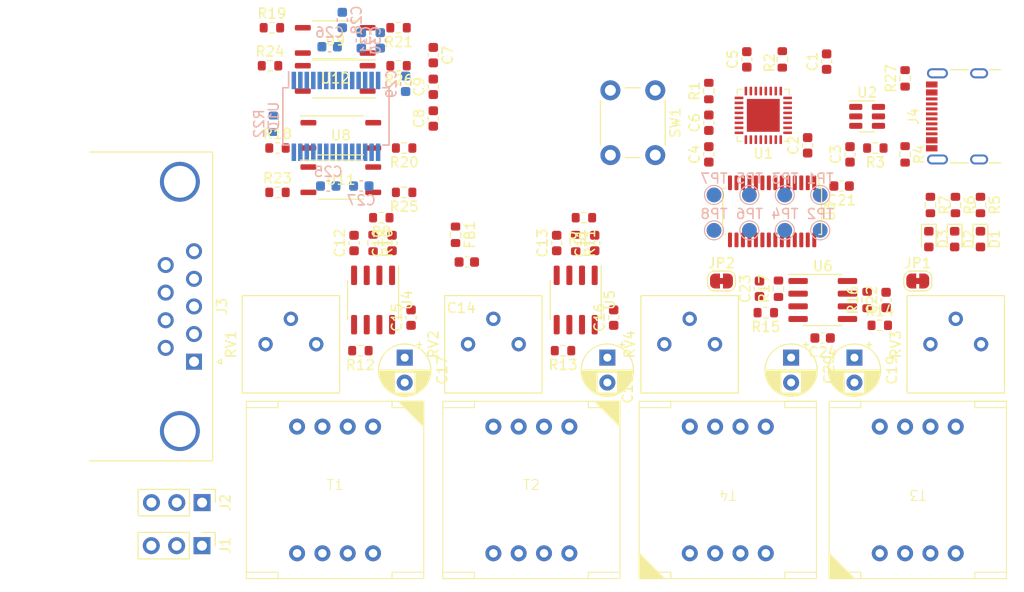
<source format=kicad_pcb>
(kicad_pcb (version 20221018) (generator pcbnew)
  (layers (0 "F.Cu" signal) (31 "B.Cu" signal) (34 "B.Paste" user) (35 "F.Paste" user) (36 "B.SilkS" user "B.Silkscreen") (37 "F.SilkS" user "F.Silkscreen") (38 "B.Mask" user) (39 "F.Mask" user) (44 "Edge.Cuts" user))
  (net 0 "")
  (net 1 "VBUS")
  (net 2 "GND")
  (net 3 "VDD")
  (net 4 "/DAC_Vref")
  (net 5 "Net-(U4A--)")
  (net 6 "Net-(C10-Pad2)")
  (net 7 "Net-(U5A--)")
  (net 8 "Net-(C11-Pad2)")
  (net 9 "Net-(U4A-+)")
  (net 10 "Net-(U5A-+)")
  (net 11 "Net-(C17-Pad1)")
  (net 12 "Net-(T1-AA)")
  (net 13 "Net-(C18-Pad1)")
  (net 14 "Net-(T2-AA)")
  (net 15 "Net-(C19-Pad1)")
  (net 16 "Net-(T3-SA)")
  (net 17 "Net-(C20-Pad1)")
  (net 18 "Net-(T4-SA)")
  (net 19 "/ADC_Rin")
  (net 20 "Net-(U6A--)")
  (net 21 "Net-(U10-C2+)")
  (net 22 "Net-(U10-C2-)")
  (net 23 "Net-(U10-C1+)")
  (net 24 "Net-(U10-C1-)")
  (net 25 "Net-(U10-ISOVCC)")
  (net 26 "GNDA")
  (net 27 "Net-(U10-V+)")
  (net 28 "Net-(U10-V-)")
  (net 29 "Net-(U10-C3-)")
  (net 30 "Net-(U10-C3+)")
  (net 31 "Net-(U10-C4+)")
  (net 32 "Net-(U10-C4-)")
  (net 33 "Net-(D1-A)")
  (net 34 "Net-(D2-A)")
  (net 35 "Net-(D3-A)")
  (net 36 "Net-(U1-~{CFGMODE})")
  (net 37 "Net-(U1-~{RST})")
  (net 38 "/OUT_ISO")
  (net 39 "/IN_ISO")
  (net 40 "/LED3")
  (net 41 "/LED2")
  (net 42 "/LED1")
  (net 43 "/DAC_Rout")
  (net 44 "/DAC_Lout")
  (net 45 "Net-(U4B--)")
  (net 46 "Net-(U5B--)")
  (net 47 "Net-(J4-VBUS-PadA4)")
  (net 48 "Net-(R15-Pad2)")
  (net 49 "Net-(J4-CC1)")
  (net 50 "/CTS")
  (net 51 "/RTS_ISO")
  (net 52 "Net-(R21-Pad2)")
  (net 53 "Net-(U10-nSHDN)")
  (net 54 "Net-(J4-CC2)")
  (net 55 "/RX")
  (net 56 "/TX_ISO")
  (net 58 "/DIN")
  (net 59 "/SCLK")
  (net 60 "/D+")
  (net 61 "/D-")
  (net 73 "/RESET_OUT")
  (net 74 "/TX")
  (net 76 "/MCLK")
  (net 77 "/RTS")
  (net 78 "/LRCLK")
  (net 79 "/SCL")
  (net 80 "/SDA")
  (net 81 "/DOUT")
  (net 82 "Net-(JP1-A)")
  (net 83 "Net-(JP2-A)")
  (net 84 "Net-(U3-ZEROR)")
  (net 85 "/ADC_Lin")
  (net 88 "/CTS_ISO")
  (net 94 "/RX_ISO")
  (net 95 "VDDA")
  (net 96 "Net-(U6B--)")
  (net 99 "Net-(R26-Pad2)")
  (net 100 "Net-(R23-Pad2)")
  (net 101 "Net-(R18-Pad2)")
  (net 102 "Net-(R14-Pad2)")
  (net 103 "/Analog Filter/Lout_F")
  (net 104 "/Analog Filter/Lin")
  (net 105 "VS")
  (net 106 "Net-(U3-ZEROL)")
  (net 107 "Net-(U3-Vout_L-)")
  (net 108 "Net-(U3-Vout_R-)")
  (footprint "Resistor_SMD:R_0603_1608Metric" (layer "F.Cu") (at 105.395 113.03 -90)
    (fp_text reference "R11" (at 0 -1.43 -270) (layer "F.SilkS"))
    (fp_text value "3k9")
    (pad "1" smd roundrect (at -0.825 0 270) (size 0.8 0.95) (layers "F.Cu" "F.Paste" "F.Mask") (net 8 "Net-(C11-Pad2)"))
    (pad "2" smd roundrect (at 0.825 0 270) (size 0.8 0.95) (layers "F.Cu" "F.Paste" "F.Mask") (net 10 "Net-(U5A-+)"))
  )
  (footprint "Resistor_SMD:R_0603_1608Metric" (layer "F.Cu") (at 143.48 109.22 -90)
    (fp_text reference "R6" (at 0 -1.43 90) (layer "F.SilkS"))
    (fp_text value "R")
    (pad "1" smd roundrect (at -0.825 0 270) (size 0.8 0.95) (layers "F.Cu" "F.Paste" "F.Mask") (net 41 "/LED2"))
    (pad "2" smd roundrect (at 0.825 0 270) (size 0.8 0.95) (layers "F.Cu" "F.Paste" "F.Mask") (net 34 "Net-(D2-A)"))
  )
  (footprint "Capacitor_SMD:C_0603_1608Metric" (layer "F.Cu") (at 130.16 122.555 180)
    (fp_text reference "C24" (at 0 -1.43) (layer "F.SilkS"))
    (fp_text value "100n")
    (pad "1" smd roundrect (at -0.775 0 180) (size 0.9 0.95) (layers "F.Cu" "F.Paste" "F.Mask") (net 4 "/DAC_Vref"))
    (pad "2" smd roundrect (at 0.775 0 180) (size 0.9 0.95) (layers "F.Cu" "F.Paste" "F.Mask") (net 2 "GND"))
  )
  (footprint "Resistor_SMD:R_0603_1608Metric" (layer "F.Cu") (at 75.49 107.95)
    (fp_text reference "R23" (at 0 -1.43) (layer "F.SilkS"))
    (fp_text value "R")
    (pad "1" smd roundrect (at -0.825 0) (size 0.8 0.95) (layers "F.Cu" "F.Paste" "F.Mask") (net 2 "GND"))
    (pad "2" smd roundrect (at 0.825 0) (size 0.8 0.95) (layers "F.Cu" "F.Paste" "F.Mask") (net 100 "Net-(R23-Pad2)"))
  )
  (footprint "Package_DFN_QFN:QFN-32-1EP_5x5mm_P0.5mm_EP3.3x3.3mm" (layer "F.Cu") (at 124.21 100.2275 180)
    (fp_text reference "U1" (at 0 -3.82) (layer "F.SilkS"))
    (fp_text value "CP2615-xx-xM")
    (pad "1" smd roundrect (at -2.4375 -1.75 180) (size 0.875 0.25) (layers "F.Cu" "F.Paste" "F.Mask") (net 58 "/DIN"))
    (pad "2" smd roundrect (at -2.4375 -1.25 180) (size 0.875 0.25) (layers "F.Cu" "F.Paste" "F.Mask") (net 59 "/SCLK"))
    (pad "3" smd roundrect (at -2.4375 -0.75 180) (size 0.875 0.25) (layers "F.Cu" "F.Paste" "F.Mask") (net 2 "GND"))
    (pad "4" smd roundrect (at -2.4375 -0.25 180) (size 0.875 0.25) (layers "F.Cu" "F.Paste" "F.Mask") (net 60 "/D+"))
    (pad "5" smd roundrect (at -2.4375 0.25 180) (size 0.875 0.25) (layers "F.Cu" "F.Paste" "F.Mask") (net 61 "/D-"))
    (pad "6" smd roundrect (at -2.4375 0.75 180) (size 0.875 0.25) (layers "F.Cu" "F.Paste" "F.Mask") (net 3 "VDD"))
    (pad "7" smd roundrect (at -2.4375 1.25 180) (size 0.875 0.25) (layers "F.Cu" "F.Paste" "F.Mask") (net 1 "VBUS"))
    (pad "8" smd roundrect (at -2.4375 1.75 180) (size 0.875 0.25) (layers "F.Cu" "F.Paste" "F.Mask") (net 1 "VBUS"))
    (pad "9" smd roundrect (at -1.75 2.4375 180) (size 0.25 0.875) (layers "F.Cu" "F.Paste" "F.Mask") (net 37 "Net-(U1-~{RST})"))
    (pad "10" smd roundrect (at -1.25 2.4375 180) (size 0.25 0.875) (layers "F.Cu" "F.Paste" "F.Mask"))
    (pad "11" smd roundrect (at -0.75 2.4375 180) (size 0.25 0.875) (layers "F.Cu" "F.Paste" "F.Mask"))
    (pad "12" smd roundrect (at -0.25 2.4375 180) (size 0.25 0.875) (layers "F.Cu" "F.Paste" "F.Mask"))
    (pad "13" smd roundrect (at 0.25 2.4375 180) (size 0.25 0.875) (layers "F.Cu" "F.Paste" "F.Mask"))
    (pad "14" smd roundrect (at 0.75 2.4375 180) (size 0.25 0.875) (layers "F.Cu" "F.Paste" "F.Mask"))
    (pad "15" smd roundrect (at 1.25 2.4375 180) (size 0.25 0.875) (layers "F.Cu" "F.Paste" "F.Mask"))
    (pad "16" smd roundrect (at 1.75 2.4375 180) (size 0.25 0.875) (layers "F.Cu" "F.Paste" "F.Mask"))
    (pad "17" smd roundrect (at 2.4375 1.75 180) (size 0.875 0.25) (layers "F.Cu" "F.Paste" "F.Mask"))
    (pad "18" smd roundrect (at 2.4375 1.25 180) (size 0.875 0.25) (layers "F.Cu" "F.Paste" "F.Mask"))
    (pad "19" smd roundrect (at 2.4375 0.75 180) (size 0.875 0.25) (layers "F.Cu" "F.Paste" "F.Mask"))
    (pad "20" smd roundrect (at 2.4375 0.25 180) (size 0.875 0.25) (layers "F.Cu" "F.Paste" "F.Mask"))
    (pad "21" smd roundrect (at 2.4375 -0.25 180) (size 0.875 0.25) (layers "F.Cu" "F.Paste" "F.Mask") (net 36 "Net-(U1-~{CFGMODE})"))
    (pad "22" smd roundrect (at 2.4375 -0.75 180) (size 0.875 0.25) (layers "F.Cu" "F.Paste" "F.Mask") (net 73 "/RESET_OUT"))
    (pad "23" smd roundrect (at 2.4375 -1.25 180) (size 0.875 0.25) (layers "F.Cu" "F.Paste" "F.Mask") (net 55 "/RX"))
    (pad "24" smd roundrect (at 2.4375 -1.75 180) (size 0.875 0.25) (layers "F.Cu" "F.Paste" "F.Mask") (net 74 "/TX"))
    (pad "25" smd roundrect (at 1.75 -2.4375 180) (size 0.25 0.875) (layers "F.Cu" "F.Paste" "F.Mask"))
    (pad "26" smd roundrect (at 1.25 -2.4375 180) (size 0.25 0.875) (layers "F.Cu" "F.Paste" "F.Mask") (net 76 "/MCLK"))
    (pad "27" smd roundrect (at 0.75 -2.4375 180) (size 0.25 0.875) (layers "F.Cu" "F.Paste" "F.Mask") (net 77 "/RTS"))
    (pad "28" smd roundrect (at 0.25 -2.4375 180) (size 0.25 0.875) (layers "F.Cu" "F.Paste" "F.Mask") (net 78 "/LRCLK"))
    (pad "29" smd roundrect (at -0.25 -2.4375 180) (size 0.25 0.875) (layers "F.Cu" "F.Paste" "F.Mask") (net 79 "/SCL"))
    (pad "30" smd roundrect (at -0.75 -2.4375 180) (size 0.25 0.875) (layers "F.Cu" "F.Paste" "F.Mask") (net 80 "/SDA"))
    (pad "31" smd roundrect (at -1.25 -2.4375 180) (size 0.25 0.875) (layers "F.Cu" "F.Paste" "F.Mask") (net 50 "/CTS"))
    (pad "32" smd roundrect (at -1.75 -2.4375 180) (size 0.25 0.875) (layers "F.Cu" "F.Paste" "F.Mask") (net 81 "/DOUT"))
    (pad "33" smd rect (at 0 0 180) (size 3.3 3.3) (layers "F.Cu" "F.Mask") (net 2 "GND"))
  )
  (footprint "Capacitor_SMD:C_0603_1608Metric" (layer "F.Cu") (at 103.49 113.03 90)
    (fp_text reference "C13" (at 0 -1.43 90) (layer "F.SilkS"))
    (fp_text value "470p")
    (pad "1" smd roundrect (at -0.775 0 90) (size 0.9 0.95) (layers "F.Cu" "F.Paste" "F.Mask") (net 10 "Net-(U5A-+)"))
    (pad "2" smd roundrect (at 0.775 0 90) (size 0.9 0.95) (layers "F.Cu" "F.Paste" "F.Mask") (net 2 "GND"))
  )
  (footprint "Connector_USB:USB_C_Receptacle_GCT_USB4105-xx-A_16P_TopMnt_Horizontal" (layer "F.Cu") (at 144.78 100.33 90)
    (fp_text reference "J4" (at 0 -5.5 90 unlocked) (layer "F.SilkS"))
    (fp_text value "USB_C_Receptacle_USB2.0")
    (pad "" np_thru_hole circle (at -2.89 -2.605 90) (size 0.65 0.65) (drill 0.65) (layers "F&B.Cu" "*.Mask"))
    (pad "" np_thru_hole circle (at 2.89 -2.605 90) (size 0.65 0.65) (drill 0.65) (layers "F&B.Cu" "*.Mask"))
    (pad "A1" smd rect (at -3.2 -3.68 90) (size 0.6 1.15) (layers "F.Cu" "F.Paste" "F.Mask") (net 2 "GND"))
    (pad "A4" smd rect (at -2.4 -3.68 90) (size 0.6 1.15) (layers "F.Cu" "F.Paste" "F.Mask") (net 47 "Net-(J4-VBUS-PadA4)"))
    (pad "A5" smd rect (at -1.25 -3.68 90) (size 0.3 1.15) (layers "F.Cu" "F.Paste" "F.Mask") (net 49 "Net-(J4-CC1)"))
    (pad "A6" smd rect (at -0.25 -3.68 90) (size 0.3 1.15) (layers "F.Cu" "F.Paste" "F.Mask") (net 60 "/D+"))
    (pad "A7" smd rect (at 0.25 -3.68 90) (size 0.3 1.15) (layers "F.Cu" "F.Paste" "F.Mask") (net 61 "/D-"))
    (pad "A8" smd rect (at 1.25 -3.68 90) (size 0.3 1.15) (layers "F.Cu" "F.Paste" "F.Mask"))
    (pad "A9" smd rect (at 2.4 -3.68 90) (size 0.6 1.15) (layers "F.Cu" "F.Paste" "F.Mask") (net 47 "Net-(J4-VBUS-PadA4)"))
    (pad "A12" smd rect (at 3.2 -3.68 90) (size 0.6 1.15) (layers "F.Cu" "F.Paste" "F.Mask") (net 2 "GND"))
    (pad "B1" smd rect (at 3.2 -3.68 90) (size 0.6 1.15) (layers "F.Cu" "F.Paste" "F.Mask") (net 2 "GND"))
    (pad "B4" smd rect (at 2.4 -3.68 90) (size 0.6 1.15) (layers "F.Cu" "F.Paste" "F.Mask") (net 47 "Net-(J4-VBUS-PadA4)"))
    (pad "B5" smd rect (at 1.75 -3.68 90) (size 0.3 1.15) (layers "F.Cu" "F.Paste" "F.Mask") (net 54 "Net-(J4-CC2)"))
    (pad "B6" smd rect (at 0.75 -3.68 90) (size 0.3 1.15) (layers "F.Cu" "F.Paste" "F.Mask") (net 60 "/D+"))
    (pad "B7" smd rect (at -0.75 -3.68 90) (size 0.3 1.15) (layers "F.Cu" "F.Paste" "F.Mask") (net 61 "/D-"))
    (pad "B8" smd rect (at -1.75 -3.68 90) (size 0.3 1.15) (layers "F.Cu" "F.Paste" "F.Mask"))
    (pad "B9" smd rect (at -2.4 -3.68 90) (size 0.6 1.15) (layers "F.Cu" "F.Paste" "F.Mask") (net 47 "Net-(J4-VBUS-PadA4)"))
    (pad "B12" smd rect (at -3.2 -3.68 90) (size 0.6 1.15) (layers "F.Cu" "F.Paste" "F.Mask") (net 2 "GND"))
    (pad "S1" thru_hole oval (at -4.32 -3.105 90) (size 1 2.1) (drill oval 0.6 1.7) (layers "*.Cu" "*.Mask") (net 2 "GND"))
    (pad "S1" thru_hole oval (at -4.32 1.075 90) (size 1 1.8) (drill oval 0.6 1.4) (layers "*.Cu" "*.Mask") (net 2 "GND"))
    (pad "S1" thru_hole oval (at 4.32 -3.105 90) (size 1 2.1) (drill oval 0.6 1.7) (layers "*.Cu" "*.Mask") (net 2 "GND"))
    (pad "S1" thru_hole oval (at 4.32 1.075 90) (size 1 1.8) (drill oval 0.6 1.4) (layers "*.Cu" "*.Mask") (net 2 "GND"))
  )
  (footprint "Resistor_SMD:R_0603_1608Metric" (layer "F.Cu") (at 74.93 91.44)
    (fp_text reference "R19" (at 0 -1.43) (layer "F.SilkS"))
    (fp_text value "R")
    (pad "1" smd roundrect (at -0.825 0) (size 0.8 0.95) (layers "F.Cu" "F.Paste" "F.Mask") (net 2 "GND"))
    (pad "2" smd roundrect (at 0.825 0) (size 0.8 0.95) (layers "F.Cu" "F.Paste" "F.Mask") (net 50 "/CTS"))
  )
  (footprint "Resistor_SMD:R_0603_1608Metric" (layer "F.Cu") (at 85.075 113.03 -90)
    (fp_text reference "R10" (at 0 -1.43 90) (layer "F.SilkS"))
    (fp_text value "3k9")
    (pad "1" smd roundrect (at -0.825 0 270) (size 0.8 0.95) (layers "F.Cu" "F.Paste" "F.Mask") (net 6 "Net-(C10-Pad2)"))
    (pad "2" smd roundrect (at 0.825 0 270) (size 0.8 0.95) (layers "F.Cu" "F.Paste" "F.Mask") (net 9 "Net-(U4A-+)"))
  )
  (footprint "Resistor_SMD:R_0603_1608Metric" (layer "F.Cu") (at 134.62 118.745 90)
    (fp_text reference "R16" (at 0 -1.43 90) (layer "F.SilkS"))
    (fp_text value "9k1")
    (pad "1" smd roundrect (at -0.825 0 90) (size 0.8 0.95) (layers "F.Cu" "F.Paste" "F.Mask") (net 96 "Net-(U6B--)"))
    (pad "2" smd roundrect (at 0.825 0 90) (size 0.8 0.95) (layers "F.Cu" "F.Paste" "F.Mask") (net 82 "Net-(JP1-A)"))
  )
  (footprint "Connector_PinHeader_2.54mm:PinHeader_1x03_P2.54mm_Vertical" (layer "F.Cu") (at 67.93 139.065 -90)
    (fp_text reference "J2" (at 0 -2.33 90) (layer "F.SilkS"))
    (fp_text value "Conn_01x03")
    (pad "1" thru_hole rect (at 0 0 270) (size 1.7 1.7) (drill 1) (layers "*.Cu" "*.Mask") (net 26 "GNDA"))
    (pad "2" thru_hole oval (at 0 2.54 270) (size 1.7 1.7) (drill 1) (layers "*.Cu" "*.Mask") (net 39 "/IN_ISO"))
    (pad "3" thru_hole oval (at 0 5.08 270) (size 1.7 1.7) (drill 1) (layers "*.Cu" "*.Mask") (net 104 "/Analog Filter/Lin"))
  )
  (footprint "InterCat:LM-NP-1001-B1L" (layer "F.Cu") (at 81.265 137.795)
    (fp_text reference "T1" (at 0 -0.5 unlocked) (layer "F.SilkS") (effects (font (thickness 0.1))))
    (fp_text value "LM-NP-1001-B1L")
    (pad "1" thru_hole circle (at 3.81 -6.35) (size 1.6 1.6) (drill 0.85) (layers "*.Cu" "*.Mask") (net 12 "Net-(T1-AA)"))
    (pad "2" thru_hole circle (at 1.27 -6.35) (size 1.6 1.6) (drill 0.85) (layers "*.Cu" "*.Mask"))
    (pad "3" thru_hole circle (at -1.27 -6.35) (size 1.6 1.6) (drill 0.85) (layers "*.Cu" "*.Mask"))
    (pad "4" thru_hole circle (at -3.81 -6.35) (size 1.6 1.6) (drill 0.85) (layers "*.Cu" "*.Mask") (net 2 "GND"))
    (pad "5" thru_hole circle (at -3.81 6.35) (size 1.6 1.6) (drill 0.85) (layers "*.Cu" "*.Mask") (net 26 "GNDA"))
    (pad "6" thru_hole circle (at -1.27 6.35) (size 1.6 1.6) (drill 0.85) (layers "*.Cu" "*.Mask"))
    (pad "7" thru_hole circle (at 1.27 6.35) (size 1.6 1.6) (drill 0.85) (layers "*.Cu" "*.Mask"))
    (pad "8" thru_hole circle (at 3.81 6.35) (size 1.6 1.6) (drill 0.85) (layers "*.Cu" "*.Mask") (net 38 "/OUT_ISO"))
  )
  (footprint "Package_TO_SOT_SMD:SOT-23-6" (layer "F.Cu") (at 134.62 100.33)
    (fp_text reference "U2" (at 0 -2.4) (layer "F.SilkS"))
    (fp_text value "USBLC6-2SC6")
    (pad "1" smd roundrect (at -1.1375 -0.95) (size 1.325 0.6) (layers "F.Cu" "F.Paste" "F.Mask") (net 61 "/D-"))
    (pad "2" smd roundrect (at -1.1375 0) (size 1.325 0.6) (layers "F.Cu" "F.Paste" "F.Mask") (net 2 "GND"))
    (pad "3" smd roundrect (at -1.1375 0.95) (size 1.325 0.6) (layers "F.Cu" "F.Paste" "F.Mask") (net 60 "/D+"))
    (pad "4" smd roundrect (at 1.1375 0.95) (size 1.325 0.6) (layers "F.Cu" "F.Paste" "F.Mask") (net 60 "/D+"))
    (pad "5" smd roundrect (at 1.1375 0) (size 1.325 0.6) (layers "F.Cu" "F.Paste" "F.Mask") (net 1 "VBUS"))
    (pad "6" smd roundrect (at 1.1375 -0.95) (size 1.325 0.6) (layers "F.Cu" "F.Paste" "F.Mask") (net 61 "/D-"))
  )
  (footprint "Capacitor_SMD:C_0603_1608Metric" (layer "F.Cu") (at 130.56 94.8375 90)
    (fp_text reference "C1" (at 0 -1.43 90) (layer "F.SilkS"))
    (fp_text value "100n")
    (pad "1" smd roundrect (at -0.775 0 90) (size 0.9 0.95) (layers "F.Cu" "F.Paste" "F.Mask") (net 1 "VBUS"))
    (pad "2" smd roundrect (at 0.775 0 90) (size 0.9 0.95) (layers "F.Cu" "F.Paste" "F.Mask") (net 2 "GND"))
  )
  (footprint "Capacitor_THT:CP_Radial_D5.0mm_P2.50mm" (layer "F.Cu") (at 127 124.524888 -90)
    (fp_text reference "C20" (at 1.205112 -3.81 -270) (layer "F.SilkS"))
    (fp_text value "C_Polarized")
    (pad "1" thru_hole rect (at 0 0 270) (size 1.6 1.6) (drill 0.8) (layers "*.Cu" "*.Mask") (net 17 "Net-(C20-Pad1)"))
    (pad "2" thru_hole circle (at 2.5 0 270) (size 1.6 1.6) (drill 0.8) (layers "*.Cu" "*.Mask") (net 18 "Net-(T4-SA)"))
  )
  (footprint "InterCat:LM-NP-1001-B1L" (layer "F.Cu") (at 139.7 137.795 180)
    (fp_text reference "T3" (at 0 -0.5 180 unlocked) (layer "F.SilkS") (effects (font (thickness 0.1))))
    (fp_text value "LM-NP-1001-B1L")
    (pad "1" thru_hole circle (at 3.81 -6.35 180) (size 1.6 1.6) (drill 0.85) (layers "*.Cu" "*.Mask") (net 104 "/Analog Filter/Lin"))
    (pad "2" thru_hole circle (at 1.27 -6.35 180) (size 1.6 1.6) (drill 0.85) (layers "*.Cu" "*.Mask"))
    (pad "3" thru_hole circle (at -1.27 -6.35 180) (size 1.6 1.6) (drill 0.85) (layers "*.Cu" "*.Mask"))
    (pad "4" thru_hole circle (at -3.81 -6.35 180) (size 1.6 1.6) (drill 0.85) (layers "*.Cu" "*.Mask") (net 26 "GNDA"))
    (pad "5" thru_hole circle (at -3.81 6.35 180) (size 1.6 1.6) (drill 0.85) (layers "*.Cu" "*.Mask") (net 16 "Net-(T3-SA)"))
    (pad "6" thru_hole circle (at -1.27 6.35 180) (size 1.6 1.6) (drill 0.85) (layers "*.Cu" "*.Mask"))
    (pad "7" thru_hole circle (at 1.27 6.35 180) (size 1.6 1.6) (drill 0.85) (layers "*.Cu" "*.Mask"))
    (pad "8" thru_hole circle (at 3.81 6.35 180) (size 1.6 1.6) (drill 0.85) (layers "*.Cu" "*.Mask") (net 2 "GND"))
  )
  (footprint "Resistor_SMD:R_0603_1608Metric" (layer "F.Cu") (at 124.46 120.015 180)
    (fp_text reference "R15" (at 0 -1.43) (layer "F.SilkS"))
    (fp_text value "3k9")
    (pad "1" smd roundrect (at -0.825 0 180) (size 0.8 0.95) (layers "F.Cu" "F.Paste" "F.Mask") (net 17 "Net-(C20-Pad1)"))
    (pad "2" smd roundrect (at 0.825 0 180) (size 0.8 0.95) (layers "F.Cu" "F.Paste" "F.Mask") (net 48 "Net-(R15-Pad2)"))
  )
  (footprint "Resistor_SMD:R_0603_1608Metric" (layer "F.Cu") (at 140.97 109.22 -90)
    (fp_text reference "R7" (at 0 -1.43 90) (layer "F.SilkS"))
    (fp_text value "R")
    (pad "1" smd roundrect (at -0.825 0 270) (size 0.8 0.95) (layers "F.Cu" "F.Paste" "F.Mask") (net 42 "/LED1"))
    (pad "2" smd roundrect (at 0.825 0 270) (size 0.8 0.95) (layers "F.Cu" "F.Paste" "F.Mask") (net 35 "Net-(D3-A)"))
  )
  (footprint "Package_SO:SOIC-4_4.55x3.7mm_P2.54mm" (layer "F.Cu") (at 81.28 92.71 180)
    (fp_text reference "U9" (at 0 0) (layer "F.SilkS"))
    (fp_text value "TLP185")
    (pad "1" smd roundrect (at -3.25 -1.27 180) (size 1.6 0.55) (layers "F.Cu" "F.Paste" "F.Mask") (net 88 "/CTS_ISO"))
    (pad "3" smd roundrect (at -3.25 1.27 180) (size 1.6 0.55) (layers "F.Cu" "F.Paste" "F.Mask") (net 52 "Net-(R21-Pad2)"))
    (pad "4" smd roundrect (at 3.25 1.27 180) (size 1.6 0.55) (layers "F.Cu" "F.Paste" "F.Mask") (net 50 "/CTS"))
    (pad "6" smd roundrect (at 3.25 -1.27 180) (size 1.6 0.55) (layers "F.Cu" "F.Paste" "F.Mask") (net 3 "VDD"))
  )
  (footprint "Package_SO:SOIC-8_3.9x4.9mm_P1.27mm" (layer "F.Cu") (at 85.075 118.745 -90)
    (fp_text reference "U4" (at 0 -3.4 90) (layer "F.SilkS"))
    (fp_text value "MCP6002")
    (pad "1" smd roundrect (at -2.475 -1.905 270) (size 1.95 0.6) (layers "F.Cu" "F.Paste" "F.Mask") (net 5 "Net-(U4A--)"))
    (pad "2" smd roundrect (at -2.475 -0.635 270) (size 1.95 0.6) (layers "F.Cu" "F.Paste" "F.Mask") (net 5 "Net-(U4A--)"))
    (pad "3" smd roundrect (at -2.475 0.635 270) (size 1.95 0.6) (layers "F.Cu" "F.Paste" "F.Mask") (net 9 "Net-(U4A-+)"))
    (pad "4" smd roundrect (at -2.475 1.905 270) (size 1.95 0.6) (layers "F.Cu" "F.Paste" "F.Mask") (net 2 "GND"))
    (pad "5" smd roundrect (at 2.475 1.905 270) (size 1.95 0.6) (layers "F.Cu" "F.Paste" "F.Mask") (net 5 "Net-(U4A--)"))
    (pad "6" smd roundrect (at 2.475 0.635 270) (size 1.95 0.6) (layers "F.Cu" "F.Paste" "F.Mask") (net 45 "Net-(U4B--)"))
    (pad "7" smd roundrect (at 2.475 -0.635 270) (size 1.95 0.6) (layers "F.Cu" "F.Paste" "F.Mask") (net 11 "Net-(C17-Pad1)"))
    (pad "8" smd roundrect (at 2.475 -1.905 270) (size 1.95 0.6) (layers "F.Cu" "F.Paste" "F.Mask") (net 95 "VDDA"))
  )
  (footprint "Resistor_SMD:R_0603_1608Metric" (layer "F.Cu") (at 83.805 123.825 180)
    (fp_text reference "R12" (at 0 -1.43) (layer "F.SilkS"))
    (fp_text value "9k1")
    (pad "1" smd roundrect (at -0.825 0 180) (size 0.8 0.95) (layers "F.Cu" "F.Paste" "F.Mask") (net 45 "Net-(U4B--)"))
    (pad "2" smd roundrect (at 0.825 0 180) (size 0.8 0.95) (layers "F.Cu" "F.Paste" "F.Mask") (net 2 "GND"))
  )
  (footprint "Package_SO:SOIC-4_4.55x3.7mm_P2.54mm" (layer "F.Cu") (at 81.84 106.68)
    (fp_text reference "U11" (at 0 0) (layer "F.SilkS"))
    (fp_text value "TLP185")
    (pad "1" smd roundrect (at -3.25 -1.27) (size 1.6 0.55) (layers "F.Cu" "F.Paste" "F.Mask") (net 74 "/TX"))
    (pad "3" smd roundrect (at -3.25 1.27) (size 1.6 0.55) (layers "F.Cu" "F.Paste" "F.Mask") (net 100 "Net-(R23-Pad2)"))
    (pad "4" smd roundrect (at 3.25 1.27) (size 1.6 0.55) (layers "F.Cu" "F.Paste" "F.Mask") (net 56 "/TX_ISO"))
    (pad "6" smd roundrect (at 3.25 -1.27) (size 1.6 0.55) (layers "F.Cu" "F.Paste" "F.Mask") (net 105 "VS"))
  )
  (footprint "Capacitor_SMD:C_0603_1608Metric" (layer "F.Cu") (at 132.905 104.14 90)
    (fp_text reference "C3" (at 0 -1.43 90) (layer "F.SilkS"))
    (fp_text value "1uF")
    (pad "1" smd roundrect (at -0.775 0 90) (size 0.9 0.95) (layers "F.Cu" "F.Paste" "F.Mask") (net 2 "GND"))
    (pad "2" smd roundrect (at 0.775 0 90) (size 0.9 0.95) (layers "F.Cu" "F.Paste" "F.Mask") (net 1 "VBUS"))
  )
  (footprint "Package_SO:SOIC-4_4.55x3.7mm_P2.54mm" (layer "F.Cu") (at 81.84 102.235)
    (fp_text reference "U8" (at 0 0) (layer "F.SilkS"))
    (fp_text value "TLP185")
    (pad "1" smd roundrect (at -3.25 -1.27) (size 1.6 0.55) (layers "F.Cu" "F.Paste" "F.Mask") (net 77 "/RTS"))
    (pad "3" smd roundrect (at -3.25 1.27) (size 1.6 0.55) (layers "F.Cu" "F.Paste" "F.Mask") (net 101 "Net-(R18-Pad2)"))
    (pad "4" smd roundrect (at 3.25 1.27) (size 1.6 0.55) (layers "F.Cu" "F.Paste" "F.Mask") (net 51 "/RTS_ISO"))
    (pad "6" smd roundrect (at 3.25 -1.27) (size 1.6 0.55) (layers "F.Cu" "F.Paste" "F.Mask") (net 105 "VS"))
  )
  (footprint "Capacitor_SMD:C_0603_1608Metric" (layer "F.Cu") (at 88.885 120.51 90)
    (fp_text reference "C15" (at 0 -1.43 90) (layer "F.SilkS"))
    (fp_text value "100n")
    (pad "1" smd roundrect (at -0.775 0 90) (size 0.9 0.95) (layers "F.Cu" "F.Paste" "F.Mask") (net 95 "VDDA"))
    (pad "2" smd roundrect (at 0.775 0 90) (size 0.9 0.95) (layers "F.Cu" "F.Paste" "F.Mask") (net 2 "GND"))
  )
  (footprint "Resistor_SMD:R_0603_1608Metric" (layer "F.Cu") (at 85.9 110.49 180)
    (fp_text reference "R8" (at 0 -1.43) (layer "F.SilkS"))
    (fp_text value "9k1")
    (pad "1" smd roundrect (at -0.825 0 180) (size 0.8 0.95) (layers "F.Cu" "F.Paste" "F.Mask") (net 43 "/DAC_Rout"))
    (pad "2" smd roundrect (at 0.825 0 180) (size 0.8 0.95) (layers "F.Cu" "F.Paste" "F.Mask") (net 6 "Net-(C10-Pad2)"))
  )
  (footprint "Capacitor_SMD:C_0603_1608Metric" (layer "F.Cu") (at 94.475 114.935 180)
    (fp_text reference "C14" (at 0.56 -4.605) (layer "F.SilkS"))
    (fp_text value "1uF")
    (pad "1" smd roundrect (at -0.775 0 180) (size 0.9 0.95) (layers "F.Cu" "F.Paste" "F.Mask") (net 2 "GND"))
    (pad "2" smd roundrect (at 0.775 0 180) (size 0.9 0.95) (layers "F.Cu" "F.Paste" "F.Mask") (net 95 "VDDA"))
  )
  (footprint "Resistor_SMD:R_0603_1608Metric" (layer "F.Cu") (at 135.445 103.505 180)
    (fp_text reference "R3" (at 0 -1.43) (layer "F.SilkS"))
    (fp_text value "R")
    (pad "1" smd roundrect (at -0.825 0 180) (size 0.8 0.95) (layers "F.Cu" "F.Paste" "F.Mask") (net 47 "Net-(J4-VBUS-PadA4)"))
    (pad "2" smd roundrect (at 0.825 0 180) (size 0.8 0.95) (layers "F.Cu" "F.Paste" "F.Mask") (net 1 "VBUS"))
  )
  (footprint "Capacitor_SMD:C_0603_1608Metric" (layer "F.Cu") (at 91.115 97.365 90)
    (fp_text reference "C9" (at 0 -1.43 90) (layer "F.SilkS"))
    (fp_text value "100n")
    (pad "1" smd roundrect (at -0.775 0 90) (size 0.9 0.95) (layers "F.Cu" "F.Paste" "F.Mask") (net 1 "VBUS"))
    (pad "2" smd roundrect (at 0.775 0 90) (size 0.9 0.95) (layers "F.Cu" "F.Paste" "F.Mask") (net 2 "GND"))
  )
  (footprint "Resistor_SMD:R_0603_1608Metric" (layer "F.Cu") (at 118.745 97.79 90)
    (fp_text reference "R1" (at 0 -1.43 90) (layer "F.SilkS"))
    (fp_text value "4k7")
    (pad "1" smd roundrect (at -0.825 0 90) (size 0.8 0.95) (layers "F.Cu" "F.Paste" "F.Mask") (net 36 "Net-(U1-~{CFGMODE})"))
    (pad "2" smd roundrect (at 0.825 0 90) (size 0.8 0.95) (layers "F.Cu" "F.Paste" "F.Mask") (net 3 "VDD"))
  )
  (footprint "InterCat:LM-NP-1001-B1L" (layer "F.Cu") (at 100.95 137.795)
    (fp_text reference "T2" (at 0 -0.5 unlocked) (layer "F.SilkS") (effects (font (thickness 0.1))))
    (fp_text value "LM-NP-1001-B1L")
    (pad "1" thru_hole circle (at 3.81 -6.35) (size 1.6 1.6) (drill 0.85) (layers "*.Cu" "*.Mask") (net 14 "Net-(T2-AA)"))
    (pad "2" thru_hole circle (at 1.27 -6.35) (size 1.6 1.6) (drill 0.85) (layers "*.Cu" "*.Mask"))
    (pad "3" thru_hole circle (at -1.27 -6.35) (size 1.6 1.6) (drill 0.85) (layers "*.Cu" "*.Mask"))
    (pad "4" thru_hole circle (at -3.81 -6.35) (size 1.6 1.6) (drill 0.85) (layers "*.Cu" "*.Mask") (net 2 "GND"))
    (pad "5" thru_hole circle (at -3.81 6.35) (size 1.6 1.6) (drill 0.85) (layers "*.Cu" "*.Mask") (net 26 "GNDA"))
    (pad "6" thru_hole circle (at -1.27 6.35) (size 1.6 1.6) (drill 0.85) (layers "*.Cu" "*.Mask"))
    (pad "7" thru_hole circle (at 1.27 6.35) (size 1.6 1.6) (drill 0.85) (layers "*.Cu" "*.Mask"))
    (pad "8" thru_hole circle (at 3.81 6.35) (size 1.6 1.6) (drill 0.85) (layers "*.Cu" "*.Mask") (net 103 "/Analog Filter/Lout_F"))
  )
  (footprint "Jumper:SolderJumper-2_P1.3mm_Bridged_RoundedPad1.0x1.5mm" (layer "F.Cu") (at 120.015 116.84)
    (fp_text reference "JP2" (at 0 -1.8) (layer "F.SilkS"))
    (fp_text value "Jumper_2_Bridged")
    (fp_poly (pts (xy 0.25 -0.3) (xy -0.25 -0.3) (xy -0.25 0.3) (xy 0.25 0.3)) (fill solid) (layer "F.Cu"))
    (pad "1" smd custom (at -0.65 0) (size 1 0.5) (layers "F.Cu" "F.Mask") (net 83 "Net-(JP2-A)") (options (clearance outline) (anchor rect)) (primitives (gr_circle (center 0 0.25) (end 0.5 0.25) (width 0) (fill yes)) (gr_circle (center 0 -0.25) (end 0.5 -0.25) (width 0) (fill yes)) (gr_poly (pts (xy 0.5 0.75) (xy 0 0.75) (xy 0 -0.75) (xy 0.5 -0.75)) (width 0) (fill yes))))
    (pad "2" smd custom (at 0.65 0) (size 1 0.5) (layers "F.Cu" "F.Mask") (net 19 "/ADC_Rin") (options (clearance outline) (anchor rect)) (primitives (gr_circle (center 0 0.25) (end 0.5 0.25) (width 0) (fill yes)) (gr_circle (center 0 -0.25) (end 0.5 -0.25) (width 0) (fill yes)) (gr_poly (pts (xy 0 0.75) (xy -0.5 0.75) (xy -0.5 -0.75) (xy 0 -0.75)) (width 0) (fill yes))))
  )
  (footprint "Resistor_SMD:R_0603_1608Metric" (layer "F.Cu") (at 145.99 109.22 -90)
    (fp_text reference "R5" (at 0 -1.43 90) (layer "F.SilkS"))
    (fp_text value "R")
    (pad "1" smd roundrect (at -0.825 0 270) (size 0.8 0.95) (layers "F.Cu" "F.Paste" "F.Mask") (net 40 "/LED3"))
    (pad "2" smd roundrect (at 0.825 0 270) (size 0.8 0.95) (layers "F.Cu" "F.Paste" "F.Mask") (net 33 "Net-(D1-A)"))
  )
  (footprint "Package_SO:SOIC-8_3.9x4.9mm_P1.27mm" (layer "F.Cu") (at 130.175 118.745)
    (fp_text reference "U6" (at 0 -3.4) (layer "F.SilkS"))
    (fp_text value "MCP6002")
    (pad "1" smd roundrect (at -2.475 -1.905) (size 1.95 0.6) (layers "F.Cu" "F.Paste" "F.Mask") (net 83 "Net-(JP2-A)"))
    (pad "2" smd roundrect (at -2.475 -0.635) (size 1.95 0.6) (layers "F.Cu" "F.Paste" "F.Mask") (net 20 "Net-(U6A--)"))
    (pad "3" smd roundrect (at -2.475 0.635) (size 1.95 0.6) (layers "F.Cu" "F.Paste" "F.Mask") (net 4 "/DAC_Vref"))
    (pad "4" smd roundrect (at -2.475 1.905) (size 1.95 0.6) (layers "F.Cu" "F.Paste" "F.Mask") (net 2 "GND"))
    (pad "5" smd roundrect (at 2.475 1.905) (size 1.95 0.6) (layers "F.Cu" "F.Paste" "F.Mask") (net 4 "/DAC_Vref"))
    (pad "6" smd roundrect (at 2.475 0.635) (size 1.95 0.6) (layers "F.Cu" "F.Paste" "F.Mask") (net 96 "Net-(U6B--)"))
    (pad "7" smd roundrect (at 2.475 -0.635) (size 1.95 0.6) (layers "F.Cu" "F.Paste" "F.Mask") (net 82 "Net-(JP1-A)"))
    (pad "8" smd roundrect (at 2.475 -1.905) (size 1.95 0.6) (layers "F.Cu" "F.Paste" "F.Mask") (net 95 "VDDA"))
  )
  (footprint "Resistor_SMD:R_0603_1608Metric" (layer "F.Cu") (at 138.43 96.52 90)
    (fp_text reference "R27" (at 0 -1.43 90) (layer "F.SilkS"))
    (fp_text value "5k1")
    (pad "1" smd roundrect (at -0.825 0 90) (size 0.8 0.95) (layers "F.Cu" "F.Paste" "F.Mask") (net 54 "Net-(J4-CC2)"))
    (pad "2" smd roundrect (at 0.825 0 90) (size 0.8 0.95) (layers "F.Cu" "F.Paste" "F.Mask") (net 2 "GND"))
  )
  (footprint "Resistor_SMD:R_0603_1608Metric" (layer "F.Cu") (at 74.74 95.25)
    (fp_text reference "R24" (at 0 -1.43) (layer "F.SilkS"))
    (fp_text value "R")
    (pad "1" smd roundrect (at -0.825 0) (size 0.8 0.95) (layers "F.Cu" "F.Paste" "F.Mask") (net 2 "GND"))
    (pad "2" smd roundrect (at 0.825 0) (size 0.8 0.95) (layers "F.Cu" "F.Paste" "F.Mask") (net 55 "/RX"))
  )
  (footprint "Resistor_SMD:R_0603_1608Metric" (layer "F.Cu") (at 138.43 104.14 -90)
    (fp_text reference "R4" (at 0 -1.43 90) (layer "F.SilkS"))
    (fp_text value "5k1")
    (pad "1" smd roundrect (at -0.825 0 270) (size 0.8 0.95) (layers "F.Cu" "F.Paste" "F.Mask") (net 49 "Net-(J4-CC1)"))
    (pad "2" smd roundrect (at 0.825 0 270) (size 0.8 0.95) (layers "F.Cu" "F.Paste" "F.Mask") (net 2 "GND"))
  )
  (footprint "Potentiometer_THT:Potentiometer_Bourns_3386P_Vertical" (layer "F.Cu") (at 79.375 123.175 90)
    (fp_text reference "RV1" (at -0.015 -8.555 90) (layer "F.SilkS"))
    (fp_text value "10k")
    (pad "1" thru_hole circle (at 0 0 90) (size 1.44 1.44) (drill 0.8) (layers "*.Cu" "*.Mask") (net 45 "Net-(U4B--)"))
    (pad "2" thru_hole circle (at 2.54 -2.54 90) (size 1.44 1.44) (drill 0.8) (layers "*.Cu" "*.Mask") (net 11 "Net-(C17-Pad1)"))
    (pad "3" thru_hole circle (at 0 -5.08 90) (size 1.44 1.44) (drill 0.8) (layers "*.Cu" "*.Mask") (net 11 "Net-(C17-Pad1)"))
  )
  (footprint "InterCat:LM-NP-1001-B1L" (layer "F.Cu") (at 120.65 137.795 180)
    (fp_text reference "T4" (at 0 -0.5 180 unlocked) (layer "F.SilkS") (effects (font (thickness 0.1))))
    (fp_text value "LM-NP-1001-B1L")
    (pad "1" thru_hole circle (at 3.81 -6.35 180) (size 1.6 1.6) (drill 0.85) (layers "*.Cu" "*.Mask") (net 39 "/IN_ISO"))
    (pad "2" thru_hole circle (at 1.27 -6.35 180) (size 1.6 1.6) (drill 0.85) (layers "*.Cu" "*.Mask"))
    (pad "3" thru_hole circle (at -1.27 -6.35 180) (size 1.6 1.6) (drill 0.85) (layers "*.Cu" "*.Mask"))
    (pad "4" thru_hole circle (at -3.81 -6.35 180) (size 1.6 1.6) (drill 0.85) (layers "*.Cu" "*.Mask") (net 26 "GNDA"))
    (pad "5" thru_hole circle (at -3.81 6.35 180) (size 1.6 1.6) (drill 0.85) (layers "*.Cu" "*.Mask") (net 18 "Net-(T4-SA)"))
    (pad "6" thru_hole circle (at -1.27 6.35 180) (size 1.6 1.6) (drill 0.85) (layers "*.Cu" "*.Mask"))
    (pad "7" thru_hole circle (at 1.27 6.35 180) (size 1.6 1.6) (drill 0.85) (layers "*.Cu" "*.Mask"))
    (pad "8" thru_hole circle (at 3.81 6.35 180) (size 1.6 1.6) (drill 0.85) (layers "*.Cu" "*.Mask") (net 2 "GND"))
  )
  (footprint "Resistor_SMD:R_0603_1608Metric" (layer "F.Cu") (at 87.63 95.25 180)
    (fp_text reference "R26" (at 0 -1.43) (layer "F.SilkS"))
    (fp_text value "R")
    (pad "1" smd roundrect (at -0.825 0 180) (size 0.8 0.95) (layers "F.Cu" "F.Paste" "F.Mask") (net 26 "GNDA"))
    (pad "2" smd roundrect (at 0.825 0 180) (size 0.8 0.95) (layers "F.Cu" "F.Paste" "F.Mask") (net 99 "Net-(R26-Pad2)"))
  )
  (footprint "Capacitor_SMD:C_0603_1608Metric" (layer "F.Cu") (at 123.825 117.615 90)
    (fp_text reference "C23" (at 0 -1.43 90) (layer "F.SilkS"))
    (fp_text value "470p")
    (pad "1" smd roundrect (at -0.775 0 90) (size 0.9 0.95) (layers "F.Cu" "F.Paste" "F.Mask") (net 20 "Net-(U6A--)"))
    (pad "2" smd roundrect (at 0.775 0 90) (size 0.9 0.95) (layers "F.Cu" "F.Paste" "F.Mask") (net 83 "Net-(JP2-A)"))
  )
  (footprint "LED_SMD:LED_0603_1608Metric" (layer "F.Cu") (at 140.81 112.6375 -90)
    (fp_text reference "D3" (at 0 -1.43 90) (layer "F.SilkS"))
    (fp_text value "LED")
    (pad "1" smd roundrect (at -0.7875 0 270) (size 0.875 0.95) (layers "F.Cu" "F.Paste" "F.Mask") (net 2 "GND"))
    (pad "2" smd roundrect (at 0.7875 0 270) (size 0.875 0.95) (layers "F.Cu" "F.Paste" "F.Mask") (net 35 "Net-(D3-A)"))
  )
  (footprint "Capacitor_THT:CP_Radial_D5.0mm_P2.50mm" (layer "F.Cu") (at 133.35 124.524888 -90)
    (fp_text reference "C19" (at 1.25 -3.75 -270) (layer "F.SilkS"))
    (fp_text value "C_Polarized")
    (pad "1" thru_hole rect (at 0 0 270) (size 1.6 1.6) (drill 0.8) (layers "*.Cu" "*.Mask") (net 15 "Net-(C19-Pad1)"))
    (pad "2" thru_hole circle (at 2.5 0 270) (size 1.6 1.6) (drill 0.8) (layers "*.Cu" "*.Mask") (net 16 "Net-(T3-SA)"))
  )
  (footprint "Package_SO:TSSOP-28_4.4x9.7mm_P0.65mm" (layer "F.Cu") (at 125.095 109.855 -90)
    (fp_text reference "U3" (at 0 -5.8 90) (layer "F.SilkS"))
    (fp_text value "PCM3060")
    (pad "1" smd roundrect (at -2.8625 -4.225 270) (size 1.475 0.4) (layers "F.Cu" "F.Paste" "F.Mask") (net 79 "/SCL"))
    (pad "2" smd roundrect (at -2.8625 -3.575 270) (size 1.475 0.4) (layers "F.Cu" "F.Paste" "F.Mask") (net 80 "/SDA"))
    (pad "3" smd roundrect (at -2.8625 -2.925 270) (size 1.475 0.4) (layers "F.Cu" "F.Paste" "F.Mask") (net 58 "/DIN"))
    (pad "4" smd roundrect (at -2.8625 -2.275 270) (size 1.475 0.4) (layers "F.Cu" "F.Paste" "F.Mask") (net 78 "/LRCLK"))
    (pad "5" smd roundrect (at -2.8625 -1.625 270) (size 1.475 0.4) (layers "F.Cu" "F.Paste" "F.Mask") (net 76 "/MCLK"))
    (pad "6" smd roundrect (at -2.8625 -0.975 270) (size 1.475 0.4) (layers "F.Cu" "F.Paste" "F.Mask") (net 59 "/SCLK"))
    (pad "7" smd roundrect (at -2.8625 -0.325 270) (size 1.475 0.4) (layers "F.Cu" "F.Paste" "F.Mask") (net 3 "VDD"))
    (pad "8" smd roundrect (at -2.8625 0.325 270) (size 1.475 0.4) (layers "F.Cu" "F.Paste" "F.Mask") (net 2 "GND"))
    (pad "9" smd roundrect (at -2.8625 0.975 270) (size 1.475 0.4) (layers "F.Cu" "F.Paste" "F.Mask") (net 59 "/SCLK"))
    (pad "10" smd roundrect (at -2.8625 1.625 270) (size 1.475 0.4) (layers "F.Cu" "F.Paste" "F.Mask") (net 76 "/MCLK"))
    (pad "11" smd roundrect (at -2.8625 2.275 270) (size 1.475 0.4) (layers "F.Cu" "F.Paste" "F.Mask") (net 78 "/LRCLK"))
    (pad "12" smd roundrect (at -2.8625 2.925 270) (size 1.475 0.4) (layers "F.Cu" "F.Paste" "F.Mask") (net 81 "/DOUT"))
    (pad "13" smd roundrect (at -2.8625 3.575 270) (size 1.475 0.4) (layers "F.Cu" "F.Paste" "F.Mask") (net 84 "Net-(U3-ZEROR)"))
    (pad "14" smd roundrect (at -2.8625 4.225 270) (size 1.475 0.4) (layers "F.Cu" "F.Paste" "F.Mask") (net 106 "Net-(U3-ZEROL)"))
    (pad "15" smd roundrect (at 2.8625 4.225 270) (size 1.475 0.4) (layers "F.Cu" "F.Paste" "F.Mask") (net 73 "/RESET_OUT"))
    (pad "16" smd roundrect (at 2.8625 3.575 270) (size 1.475 0.4) (layers "F.Cu" "F.Paste" "F.Mask") (net 2 "GND"))
    (pad "17" smd roundrect (at 2.8625 2.925 270) (size 1.475 0.4) (layers "F.Cu" "F.Paste" "F.Mask") (net 108 "Net-(U3-Vout_R-)"))
    (pad "18" smd roundrect (at 2.8625 2.275 270) (size 1.475 0.4) (layers "F.Cu" "F.Paste" "F.Mask") (net 43 "/DAC_Rout"))
    (pad "19" smd roundrect (at 2.8625 1.625 270) (size 1.475 0.4) (layers "F.Cu" "F.Paste" "F.Mask") (net 107 "Net-(U3-Vout_L-)"))
    (pad "20" smd roundrect (at 2.8625 0.975 270) (size 1.475 0.4) (layers "F.Cu" "F.Paste" "F.Mask") (net 44 "/DAC_Lout"))
    (pad "21" smd roundrect (at 2.8625 0.325 270) (size 1.475 0.4) (layers "F.Cu" "F.Paste" "F.Mask") (net 4 "/DAC_Vref"))
    (pad "22" smd roundrect (at 2.8625 -0.325 270) (size 1.475 0.4) (layers "F.Cu" "F.Paste" "F.Mask") (net 2 "GND"))
    (pad "23" smd roundrect (at 2.8625 -0.975 270) (size 1.475 0.4) (layers "F.Cu" "F.Paste" "F.Mask") (net 2 "GND"))
    (pad "24" smd roundrect (at 2.8625 -1.625 270) (size 1.475 0.4) (layers "F.Cu" "F.Paste" "F.Mask") (net 1 "VBUS"))
    (pad "25" smd roundrect (at 2.8625 -2.275 270) (size 1.475 0.4) (layers "F.Cu" "F.Paste" "F.Mask") (net 85 "/ADC_Lin"))
    (pad "26" smd roundrect (at 2.8625 -2.925 270) (size 1.475 0.4) (layers "F.Cu" "F.Paste" "F.Mask") (net 19 "/ADC_Rin"))
    (pad "27" smd roundrect (at 2.8625 -3.575 270) (size 1.475 0.4) (layers "F.Cu" "F.Paste" "F.Mask"))
    (pad "28" smd roundrect (at 2.8625 -4.225 270) (size 1.475 0.4) (layers "F.Cu" "F.Paste" "F.Mask"))
  )
  (footprint "Connector_PinHeader_2.54mm:PinHeader_1x03_P2.54mm_Vertical" (layer "F.Cu") (at 67.915 143.383 -90)
    (fp_text reference "J1" (at 0 -2.33 90) (layer "F.SilkS"))
    (fp_text value "Conn_01x03")
    (pad "1" thru_hole rect (at 0 0 270) (size 1.7 1.7) (drill 1) (layers "*.Cu" "*.Mask") (net 26 "GNDA"))
    (pad "2" thru_hole oval (at 0 2.54 270) (size 1.7 1.7) (drill 1) (layers "*.Cu" "*.Mask") (net 38 "/OUT_ISO"))
    (pad "3" thru_hole oval (at 0 5.08 270) (size 1.7 1.7) (drill 1) (layers "*.Cu" "*.Mask") (net 103 "/Analog Filter/Lout_F"))
  )
  (footprint "Resistor_SMD:R_0603_1608Metric" (layer "F.Cu") (at 88.19 103.505 180)
    (fp_text reference "R20" (at 0 -1.43) (layer "F.SilkS"))
    (fp_text value "R")
    (pad "1" smd roundrect (at -0.825 0 180) (size 0.8 0.95) (layers "F.Cu" "F.Paste" "F.Mask") (net 26 "GNDA"))
    (pad "2" smd roundrect (at 0.825 0 180) (size 0.8 0.95) (layers "F.Cu" "F.Paste" "F.Mask") (net 51 "/RTS_ISO"))
  )
  (footprint "LED_SMD:LED_0603_1608Metric" (layer "F.Cu") (at 145.99 112.6375 -90)
    (fp_text reference "D1" (at 0 -1.43 90) (layer "F.SilkS"))
    (fp_text value "LED")
    (pad "1" smd roundrect (at -0.7875 0 270) (size 0.875 0.95) (layers "F.Cu" "F.Paste" "F.Mask") (net 2 "GND"))
    (pad "2" smd roundrect (at 0.7875 0 270) (size 0.875 0.95) (layers "F.Cu" "F.Paste" "F.Mask") (net 33 "Net-(D1-A)"))
  )
  (footprint "Capacitor_SMD:C_0603_1608Metric" (layer "F.Cu") (at 128.655 103.2325 90)
    (fp_text reference "C2" (at 0 -1.43 90) (layer "F.SilkS"))
    (fp_text value "1uF")
    (pad "1" smd roundrect (at -0.775 0 90) (size 0.9 0.95) (layers "F.Cu" "F.Paste" "F.Mask") (net 2 "GND"))
    (pad "2" smd roundrect (at 0.775 0 90) (size 0.9 0.95) (layers "F.Cu" "F.Paste" "F.Mask") (net 3 "VDD"))
  )
  (footprint "Potentiometer_THT:Potentiometer_Bourns_3386P_Vertical" (layer "F.Cu") (at 146.05 123.175 90)
    (fp_text reference "RV3" (at -0.015 -8.555 90) (layer "F.SilkS"))
    (fp_text value "10k")
    (pad "1" thru_hole circle (at 0 0 90) (size 1.44 1.44) (drill 0.8) (layers "*.Cu" "*.Mask") (net 102 "Net-(R14-Pad2)"))
    (pad "2" thru_hole circle (at 2.54 -2.54 90) (size 1.44 1.44) (drill 0.8) (layers "*.Cu" "*.Mask") (net 96 "Net-(U6B--)"))
    (pad "3" thru_hole circle (at 0 -5.08 90) (size 1.44 1.44) (drill 0.8) (layers "*.Cu" "*.Mask") (net 96 "Net-(U6B--)"))
  )
  (footprint "Capacitor_SMD:C_0603_1608Metric" (layer "F.Cu") (at 132.065 107.315 180)
    (fp_text reference "C21" (at 0 -1.43) (layer "F.SilkS"))
    (fp_text value "100n")
    (pad "1" smd roundrect (at -0.775 0 180) (size 0.9 0.95) (layers "F.Cu" "F.Paste" "F.Mask") (net 95 "VDDA"))
    (pad "2" smd roundrect (at 0.775 0 180) (size 0.9 0.95) (layers "F.Cu" "F.Paste" "F.Mask") (net 2 "GND"))
  )
  (footprint "Capacitor_SMD:C_0603_1608Metric" (layer "F.Cu") (at 122.555 94.615 90)
    (fp_text reference "C5" (at 0 -1.43 90) (layer "F.SilkS"))
    (fp_text value "100n")
    (pad "1" smd roundrect (at -0.775 0 90) (size 0.9 0.95) (layers "F.Cu" "F.Paste" "F.Mask") (net 3 "VDD"))
    (pad "2" smd roundrect (at 0.775 0 90) (size 0.9 0.95) (layers "F.Cu" "F.Paste" "F.Mask") (net 2 "GND"))
  )
  (footprint "Potentiometer_THT:Potentiometer_Bourns_3386P_Vertical" (layer "F.Cu") (at 99.68 123.175 90)
    (fp_text reference "RV2" (at -0.015 -8.555 90) (layer "F.SilkS"))
    (fp_text value "10k")
    (pad "1" thru_hole circle (at 0 0 90) (size 1.44 1.44) (drill 0.8) (layers "*.Cu" "*.Mask") (net 46 "Net-(U5B--)"))
    (pad "2" thru_hole circle (at 2.54 -2.54 90) (size 1.44 1.44) (drill 0.8) (layers "*.Cu" "*.Mask") (net 13 "Net-(C18-Pad1)"))
    (pad "3" thru_hole circle (at 0 -5.08 90) (size 1.44 1.44) (drill 0.8) (layers "*.Cu" "*.Mask") (net 13 "Net-(C18-Pad1)"))
  )
  (footprint "Capacitor_THT:CP_Radial_D5.0mm_P2.50mm" (layer "F.Cu") (at 88.25 124.524887 -90)
    (fp_text reference "C17" (at 1.25 -3.75 90) (layer "F.SilkS"))
    (fp_text value "C_Polarized")
    (pad "1" thru_hole rect (at 0 0 270) (size 1.6 1.6) (drill 0.8) (layers "*.Cu" "*.Mask") (net 11 "Net-(C17-Pad1)"))
    (pad "2" thru_hole circle (at 2.5 0 270) (size 1.6 1.6) (drill 0.8) (layers "*.Cu" "*.Mask") (net 12 "Net-(T1-AA)"))
  )
  (footprint "Resistor_SMD:R_0603_1608Metric" (layer "F.Cu") (at 93.345 112.205 -90)
    (fp_text reference "FB1" (at 0 -1.43 -270) (layer "F.SilkS"))
    (fp_text value "FerriteBead")
    (pad "1" smd roundrect (at -0.825 0 270) (size 0.8 0.95) (layers "F.Cu" "F.Paste" "F.Mask") (net 3 "VDD"))
    (pad "2" smd roundrect (at 0.825 0 270) (size 0.8 0.95) (layers "F.Cu" "F.Paste" "F.Mask") (net 95 "VDDA"))
  )
  (footprint "Resistor_SMD:R_0603_1608Metric" (layer "F.Cu") (at 125.73 117.615 90)
    (fp_text reference "R17" (at 0 -1.43 90) (layer "F.SilkS"))
    (fp_text value "9k1")
    (pad "1" smd roundrect (at -0.825 0 90) (size 0.8 0.95) (layers "F.Cu" "F.Paste" "F.Mask") (net 20 "Net-(U6A--)"))
    (pad "2" smd roundrect (at 0.825 0 90) (size 0.8 0.95) (layers "F.Cu" "F.Paste" "F.Mask") (net 83 "Net-(JP2-A)"))
  )
  (footprint "Resistor_SMD:R_0603_1608Metric" (layer "F.Cu") (at 104.125 123.825 180)
    (fp_text reference "R13" (at 0 -1.43) (layer "F.SilkS"))
    (fp_text value "9k1")
    (pad "1" smd roundrect (at -0.825 0 180) (size 0.8 0.95) (layers "F.Cu" "F.Paste" "F.Mask") (net 46 "Net-(U5B--)"))
    (pad "2" smd roundrect (at 0.825 0 180) (size 0.8 0.95) (layers "F.Cu" "F.Paste" "F.Mask") (net 2 "GND"))
  )
  (footprint "Button_Switch_THT:SW_PUSH_6mm" (layer "F.Cu") (at 113.375 97.715 -90)
    (fp_text reference "SW1" (at 3.25 -2 -270) (layer "F.SilkS"))
    (fp_text value "SW_Push")
    (pad "1" thru_hole circle (at 0 0) (size 2 2) (drill 1.1) (layers "*.Cu" "*.Mask") (net 2 "GND"))
    (pad "1" thru_hole circle (at 6.5 0) (size 2 2) (drill 1.1) (layers "*.Cu" "*.Mask") (net 2 "GND"))
    (pad "2" thru_hole circle (at 0 4.5) (size 2 2) (drill 1.1) (layers "*.Cu" "*.Mask") (net 36 "Net-(U1-~{CFGMODE})"))
    (pad "2" thru_hole circle (at 6.5 4.5) (size 2 2) (drill 1.1) (layers "*.Cu" "*.Mask") (net 36 "Net-(U1-~{CFGMODE})"))
  )
  (footprint "Resistor_SMD:R_0603_1608Metric" (layer "F.Cu") (at 126.115 94.615 90)
    (fp_text reference "R2" (at -0.34 -1.27 90) (layer "F.SilkS"))
    (fp_text value "4k7")
    (pad "1" smd roundrect (at -0.825 0 90) (size 0.8 0.95) (layers "F.Cu" "F.Paste" "F.Mask") (net 37 "Net-(U1-~{RST})"))
    (pad "2" smd roundrect (at 0.825 0 90) (size 0.8 0.95) (layers "F.Cu" "F.Paste" "F.Mask") (net 3 "VDD"))
  )
  (footprint "Resistor_SMD:R_0603_1608Metric" (layer "F.Cu") (at 87.63 91.44 180)
    (fp_text reference "R21" (at 0 -1.43) (layer "F.SilkS"))
    (fp_text value "R")
    (pad "1" smd roundrect (at -0.825 0 180) (size 0.8 0.95) (layers "F.Cu" "F.Paste" "F.Mask") (net 26 "GNDA"))
    (pad "2" smd roundrect (at 0.825 0 180) (size 0.8 0.95) (layers "F.Cu" "F.Paste" "F.Mask") (net 52 "Net-(R21-Pad2)"))
  )
  (footprint "Capacitor_SMD:C_0603_1608Metric" (layer "F.Cu") (at 118.745 100.965 90)
    (fp_text reference "C6" (at 0 -1.43 90) (layer "F.SilkS"))
    (fp_text value "100n")
    (pad "1" smd roundrect (at -0.775 0 90) (size 0.9 0.95) (layers "F.Cu" "F.Paste" "F.Mask") (net 3 "VDD"))
    (pad "2" smd roundrect (at 0.775 0 90) (size 0.9 0.95) (layers "F.Cu" "F.Paste" "F.Mask") (net 2 "GND"))
  )
  (footprint "Capacitor_SMD:C_0603_1608Metric" (layer "F.Cu") (at 83.17 113.03 90)
    (fp_text reference "C12" (at 0 -1.43 90) (layer "F.SilkS"))
    (fp_text value "470p")
    (pad "1" smd roundrect (at -0.775 0 90) (size 0.9 0.95) (layers "F.Cu" "F.Paste" "F.Mask") (net 9 "Net-(U4A-+)"))
    (pad "2" smd roundrect (at 0.775 0 90) (size 0.9 0.95) (layers "F.Cu" "F.Paste" "F.Mask") (net 2 "GND"))
  )
  (footprint "Package_SO:SOIC-8_3.9x4.9mm_P1.27mm" (layer "F.Cu") (at 105.395 118.745 -90)
    (fp_text reference "U5" (at 0 -3.4 -270) (layer "F.SilkS"))
    (fp_text value "MCP6002")
    (pad "1" smd roundrect (at -2.475 -1.905 270) (size 1.95 0.6) (layers "F.Cu" "F.Paste" "F.Mask") (net 7 "Net-(U5A--)"))
    (pad "2" smd roundrect (at -2.475 -0.635 270) (size 1.95 0.6) (layers "F.Cu" "F.Paste" "F.Mask") (net 7 "Net-(U5A--)"))
    (pad "3" smd roundrect (at -2.475 0.635 270) (size 1.95 0.6) (layers "F.Cu" "F.Paste" "F.Mask") (net 10 "Net-(U5A-+)"))
    (pad "4" smd roundrect (at -2.475 1.905 270) (size 1.95 0.6) (layers "F.Cu" "F.Paste" "F.Mask") (net 2 "GND"))
    (pad "5" smd roundrect (at 2.475 1.905 270) (size 1.95 0.6) (layers "F.Cu" "F.Paste" "F.Mask") (net 7 "Net-(U5A--)"))
    (pad "6" smd roundrect (at 2.475 0.635 270) (size 1.95 0.6) (layers "F.Cu" "F.Paste" "F.Mask") (net 46 "Net-(U5B--)"))
    (pad "7" smd roundrect (at 2.475 -0.635 270) (size 1.95 0.6) (layers "F.Cu" "F.Paste" "F.Mask") (net 13 "Net-(C18-Pad1)"))
    (pad "8" smd roundrect (at 2.475 -1.905 270) (size 1.95 0.6) (layers "F.Cu" "F.Paste" "F.Mask") (net 3 "VDD"))
  )
  (footprint "Jumper:SolderJumper-2_P1.3mm_Bridged_RoundedPad1.0x1.5mm" (layer "F.Cu") (at 139.7 116.84)
    (fp_text reference "JP1" (at 0 -1.8) (layer "F.SilkS"))
    (fp_text value "Jumper_2_Bridged")
    (fp_poly (pts (xy 0.25 -0.3) (xy -0.25 -0.3) (xy -0.25 0.3) (xy 0.25 0.3)) (fill solid) (layer "F.Cu"))
    (pad "1" smd custom (at -0.65 0) (size 1 0.5) (layers "F.Cu" "F.Mask") (net 82 "Net-(JP1-A)") (options (clearance outline) (anchor rect)) (primitives (gr_circle (center 0 0.25) (end 0.5 0.25) (width 0) (fill yes)) (gr_circle (center 0 -0.25) (end 0.5 -0.25) (width 0) (fill yes)) (gr_poly (pts (xy 0.5 0.75) (xy 0 0.75) (xy 0 -0.75) (xy 0.5 -0.75)) (width 0) (fill yes))))
    (pad "2" smd custom (at 0.65 0) (size 1 0.5) (layers "F.Cu" "F.Mask") (net 85 "/ADC_Lin") (options (clearance outline) (anchor rect)) (primitives (gr_circle (center 0 0.25) (end 0.5 0.25) (width 0) (fill yes)) (gr_circle (center 0 -0.25) (end 0.5 -0.25) (width 0) (fill yes)) (gr_poly (pts (xy 0 0.75) (xy -0.5 0.75) (xy -0.5 -0.75) (xy 0 -0.75)) (width 0) (fill yes))))
  )
  (footprint "Potentiometer_THT:Potentiometer_Bourns_3386P_Vertical" (layer "F.Cu") (at 119.365 123.175 90)
    (fp_text reference "RV4" (at -0.015 -8.555 90) (layer "F.SilkS"))
    (fp_text value "10k")
    (pad "1" thru_hole circle (at 0 0 90) (size 1.44 1.44) (drill 0.8) (layers "*.Cu" "*.Mask") (net 48 "Net-(R15-Pad2)"))
    (pad "2" thru_hole circle (at 2.54 -2.54 90) (size 1.44 1.44) (drill 0.8) (layers "*.Cu" "*.Mask") (net 20 "Net-(U6A--)"))
    (pad "3" thru_hole circle (at 0 -5.08 90) (size 1.44 1.44) (drill 0.8) (layers "*.Cu" "*.Mask") (net 20 "Net-(U6A--)"))
  )
  (footprint "Capacitor_SMD:C_0603_1608Metric" (layer "F.Cu") (at 109.205 120.51 90)
    (fp_text reference "C16" (at 0 -1.43 90) (layer "F.SilkS"))
    (fp_text value "100n")
    (pad "1" smd roundrect (at -0.775 0 90) (size 0.9 0.95) (layers "F.Cu" "F.Paste" "F.Mask") (net 3 "VDD"))
    (pad "2" smd roundrect (at 0.775 0 90) (size 0.9 0.95) (layers "F.Cu" "F.Paste" "F.Mask") (net 2 "GND"))
  )
  (footprint "Capacitor_SMD:C_0603_1608Metric" (layer "F.Cu") (at 86.98 113.03 90)
    (fp_text reference "C10" (at 0 -1.43 90) (layer "F.SilkS"))
    (fp_text value "1n")
    (pad "1" smd roundrect (at -0.775 0 90) (size 0.9 0.95) (layers "F.Cu" "F.Paste" "F.Mask") (net 5 "Net-(U4A--)"))
    (pad "2" smd roundrect (at 0.775 0 90) (size 0.9 0.95) (layers "F.Cu" "F.Paste" "F.Mask") (net 6 "Net-(C10-Pad2)"))
  )
  (footprint "Capacitor_SMD:C_0603_1608Metric" (layer "F.Cu") (at 107.3 113.03 90)
    (fp_text reference "C11" (at 0 -1.43 90) (layer "F.SilkS"))
    (fp_text value "1n")
    (pad "1" smd roundrect (at -0.775 0 90) (size 0.9 0.95) (layers "F.Cu" "F.Paste" "F.Mask") (net 7 "Net-(U5A--)"))
    (pad "2" smd roundrect (at 0.775 0 90) (size 0.9 0.95) (layers "F.Cu" "F.Paste" "F.Mask") (net 8 "Net-(C11-Pad2)"))
  )
  (footprint "Resistor_SMD:R_0603_1608Metric" (layer "F.Cu") (at 135.89 121.285)
    (fp_text reference "R14" (at 0 -1.43) (layer "F.SilkS"))
    (fp_text value "3k9")
    (pad "1" smd roundrect (at -0.825 0) (size 0.8 0.95) (layers "F.Cu" "F.Paste" "F.Mask") (net 15 "Net-(C19-Pad1)"))
    (pad "2" smd roundrect (at 0.825 0) (size 0.8 0.95) (layers "F.Cu" "F.Paste" "F.Mask") (net 102 "Net-(R14-Pad2)"))
  )
  (footprint "Capacitor_SMD:C_0603_1608Metric" (layer "F.Cu") (at 136.525 118.745 90)
    (fp_text reference "C22" (at 0 -1.43 90) (layer "F.SilkS"))
    (fp_text value "470p")
    (pad "1" smd roundrect (at -0.775 0 90) (size 0.9 0.95) (layers "F.Cu" "F.Paste" "F.Mask") (net 96 "Net-(U6B--)"))
    (pad "2" smd roundrect (at 0.775 0 90) (size 0.9 0.95) (layers "F.Cu" "F.Paste" "F.Mask") (net 82 "Net-(JP1-A)"))
  )
  (footprint "Capacitor_THT:CP_Radial_D5.0mm_P2.50mm" (layer "F.Cu") (at 108.57 124.524887 -90)
    (fp_text reference "C18" (at 3.155 -2.035 90) (layer "F.SilkS"))
    (fp_text value "C_Polarized")
    (pad "1" thru_hole rect (at 0 0 270) (size 1.6 1.6) (drill 0.8) (layers "*.Cu" "*.Mask") (net 13 "Net-(C18-Pad1)"))
    (pad "2" thru_hole circle (at 2.5 0 270) (size 1.6 1.6) (drill 0.8) (layers "*.Cu" "*.Mask") (net 14 "Net-(T2-AA)"))
  )
  (footprint "LED_SMD:LED_0603_1608Metric" (layer "F.Cu") (at 143.4 112.6375 -90)
    (fp_text reference "D2" (at 0 -1.43 90) (layer "F.SilkS"))
    (fp_text value "LED")
    (pad "1" smd roundrect (at -0.7875 0 270) (size 0.875 0.95) (layers "F.Cu" "F.Paste" "F.Mask") (net 2 "GND"))
    (pad "2" smd roundrect (at 0.7875 0 270) (size 0.875 0.95) (layers "F.Cu" "F.Paste" "F.Mask") (net 34 "Net-(D2-A)"))
  )
  (footprint "Capacitor_SMD:C_0603_1608Metric" (layer "F.Cu") (at 91.115 94.19 -90)
    (fp_text reference "C7" (at 0 -1.43 90) (layer "F.SilkS"))
    (fp_text value "100n")
    (pad "1" smd roundrect (at -0.775 0 270) (size 0.9 0.95) (layers "F.Cu" "F.Paste" "F.Mask") (net 4 "/DAC_Vref"))
    (pad "2" smd roundrect (at 0.775 0 270) (size 0.9 0.95) (layers "F.Cu" "F.Paste" "F.Mask") (net 2 "GND"))
  )
  (footprint "Resistor_SMD:R_0603_1608Metric" (layer "F.Cu") (at 106.22 110.49 180)
    (fp_text reference "R9" (at 0.635 -2.065) (layer "F.SilkS"))
    (fp_text value "9k1")
    (pad "1" smd roundrect (at -0.825 0 180) (size 0.8 0.95) (layers "F.Cu" "F.Paste" "F.Mask") (net 44 "/DAC_Lout"))
    (pad "2" smd roundrect (at 0.825 0 180) (size 0.8 0.95) (layers "F.Cu" "F.Paste" "F.Mask") (net 8 "Net-(C11-Pad2)"))
  )
  (footprint "Resistor_SMD:R_0603_1608Metric" (layer "F.Cu") (at 75.49 103.505)
    (fp_text reference "R18" (at 0 -1.43) (layer "F.SilkS"))
    (fp_text value "R")
    (pad "1" smd roundrect (at -0.825 0) (size 0.8 0.95) (layers "F.Cu" "F.Paste" "F.Mask") (net 2 "GND"))
    (pad "2" smd roundrect (at 0.825 0) (size 0.8 0.95) (layers "F.Cu" "F.Paste" "F.Mask") (net 101 "Net-(R18-Pad2)"))
  )
  (footprint "Resistor_SMD:R_0603_1608Metric" (layer "F.Cu") (at 88.19 107.95 180)
    (fp_text reference "R25" (at 0 -1.43) (layer "F.SilkS"))
    (fp_text value "R")
    (pad "1" smd roundrect (at -0.825 0 180) (size 0.8 0.95) (layers "F.Cu" "F.Paste" "F.Mask") (net 26 "GNDA"))
    (pad "2" smd roundrect (at 0.825 0 180) (size 0.8 0.95) (layers "F.Cu" "F.Paste" "F.Mask") (net 56 "/TX_ISO"))
  )
  (footprint "Capacitor_SMD:C_0603_1608Metric" (layer "F.Cu") (at 118.745 104.14 90)
    (fp_text reference "C4" (at 0 -1.43 90) (layer "F.SilkS"))
    (fp_text value "1uF")
    (pad "1" smd roundrect (at -0.775 0 90) (size 0.9 0.95) (layers "F.Cu" "F.Paste" "F.Mask") (net 2 "GND"))
    (pad "2" smd roundrect (at 0.775 0 90) (size 0.9 0.95) (layers "F.Cu" "F.Paste" "F.Mask") (net 3 "VDD"))
  )
  (footprint "Capacitor_SMD:C_0603_1608Metric" (layer "F.Cu") (at 91.115 100.54 90)
    (fp_text reference "C8" (at 0 -1.43 90) (layer "F.SilkS"))
    (fp_text value "1uF")
    (pad "1" smd roundrect (at -0.775 0 90) (size 0.9 0.95) (layers "F.Cu" "F.Paste" "F.Mask") (net 2 "GND"))
    (pad "2" smd roundrect (at 0.775 0 90) (size 0.9 0.95) (layers "F.Cu" "F.Paste" "F.Mask") (net 1 "VBUS"))
  )
  (footprint "Connector_Dsub:DSUB-9_Female_Horizontal_P2.77x2.84mm_EdgePinOffset7.70mm_Housed_MountingHolesOffset9.12mm" (layer "F.Cu") (at 67.120331 124.93 -90)
    (fp_text reference "J3" (at -5.54 -2.8 90) (layer "F.SilkS"))
    (fp_text value "DE9_Receptacle")
    (pad "0" thru_hole circle (at -18.04 1.42 270) (size 4 4) (drill 3.2) (layers "*.Cu" "*.Mask"))
    (pad "0" thru_hole circle (at 6.96 1.42 270) (size 4 4) (drill 3.2) (layers "*.Cu" "*.Mask"))
    (pad "1" thru_hole rect (at 0 0 270) (size 1.6 1.6) (drill 1) (layers "*.Cu" "*.Mask") (net 26 "GNDA"))
    (pad "2" thru_hole circle (at -2.77 0 270) (size 1.6 1.6) (drill 1) (layers "*.Cu" "*.Mask") (net 94 "/RX_ISO"))
    (pad "3" thru_hole circle (at -5.54 0 270) (size 1.6 1.6) (drill 1) (layers "*.Cu" "*.Mask") (net 56 "/TX_ISO"))
    (pad "4" thru_hole circle (at -8.31 0 270) (size 1.6 1.6) (drill 1) (layers "*.Cu" "*.Mask") (net 38 "/OUT_ISO"))
    (pad "5" thru_hole circle (at -11.08 0 270) (size 1.6 1.6) (drill 1) (layers "*.Cu" "*.Mask") (net 26 "GNDA"))
    (pad "6" thru_hole circle (at -1.385 2.84 270) (size 1.6 1.6) (drill 1) (layers "*.Cu" "*.Mask") (net 105 "VS"))
    (pad "7" thru_hole circle (at -4.155 2.84 270) (size 1.6 1.6) (drill 1) (layers "*.Cu" "*.Mask") (net 51 "/RTS_ISO"))
    (pad "8" thru_hole circle (at -6.925 2.84 270) (size 1.6 1.6) (drill 1) (layers "*.Cu" "*.Mask") (net 88 "/CTS_ISO"))
    (pad "9" thru_hole circle (at -9.695 2.84 270) (size 1.6 1.6) (drill 1) (layers "*.Cu" "*.Mask") (net 39 "/IN_ISO"))
  )
  (footprint "Package_SO:SOIC-4_4.55x3.7mm_P2.54mm" (layer "F.Cu") (at 81.28 96.52 180)
    (fp_text reference "U12" (at 0 0) (layer "F.SilkS"))
    (fp_text value "TLP185")
    (pad "1" smd roundrect (at -3.25 -1.27 180) (size 1.6 0.55) (layers "F.Cu" "F.Paste" "F.Mask") (net 94 "/RX_ISO"))
    (pad "3" smd roundrect (at -3.25 1.27 180) (size 1.6 0.55) (layers "F.Cu" "F.Paste" "F.Mask") (net 99 "Net-(R26-Pad2)"))
    (pad "4" smd roundrect (at 3.25 1.27 180) (size 1.6 0.55) (layers "F.Cu" "F.Paste" "F.Mask") (net 55 "/RX"))
    (pad "6" smd roundrect (at 3.25 -1.27 180) (size 1.6 0.55) (layers "F.Cu" "F.Paste" "F.Mask") (net 3 "VDD"))
  )
  (footprint "Capacitor_SMD:C_0603_1608Metric" (layer "B.Cu") (at 83.895 92.71 90)
    (fp_text reference "C30" (at 0 1.43 90) (layer "B.SilkS") (effects (justify mirror)))
    (fp_text value "100n")
    (pad "1" smd roundrect (at -0.775 0 90) (size 0.9 0.95) (layers "B.Cu" "B.Paste" "B.Mask") (net 29 "Net-(U10-C3-)"))
    (pad "2" smd roundrect (at 0.775 0 90) (size 0.9 0.95) (layers "B.Cu" "B.Paste" "B.Mask") (net 30 "Net-(U10-C3+)"))
  )
  (footprint "Capacitor_SMD:C_0603_1608Metric" (layer "B.Cu") (at 83.895 107.315)
    (fp_text reference "C27" (at 0 1.43) (layer "B.SilkS") (effects (justify mirror)))
    (fp_text value "C")
    (pad "1" smd roundrect (at -0.775 0) (size 0.9 0.95) (layers "B.Cu" "B.Paste" "B.Mask") (net 25 "Net-(U10-ISOVCC)"))
    (pad "2" smd roundrect (at 0.775 0) (size 0.9 0.95) (layers "B.Cu" "B.Paste" "B.Mask") (net 26 "GNDA"))
  )
  (footprint "Capacitor_SMD:C_0603_1608Metric" (layer "B.Cu") (at 80.58 107.315 180)
    (fp_text reference "C25" (at 0 1.43) (layer "B.SilkS") (effects (justify mirror)))
    (fp_text value "470n")
    (pad "1" smd roundrect (at -0.775 0 180) (size 0.9 0.95) (layers "B.Cu" "B.Paste" "B.Mask") (net 21 "Net-(U10-C2+)"))
    (pad "2" smd roundrect (at 0.775 0 180) (size 0.9 0.95) (layers "B.Cu" "B.Paste" "B.Mask") (net 22 "Net-(U10-C2-)"))
  )
  (footprint "Capacitor_SMD:C_0603_1608Metric" (layer "B.Cu") (at 81.99 90.665 90)
    (fp_text reference "C28" (at 0 1.43 90) (layer "B.SilkS") (effects (justify mirror)))
    (fp_text value "470n")
    (pad "1" smd roundrect (at -0.775 0 90) (size 0.9 0.95) (layers "B.Cu" "B.Paste" "B.Mask") (net 27 "Net-(U10-V+)"))
    (pad "2" smd roundrect (at 0.775 0 90) (size 0.9 0.95) (layers "B.Cu" "B.Paste" "B.Mask") (net 26 "GNDA"))
  )
  (footprint "TestPoint:TestPoint_Pad_D1.5mm" (layer "B.Cu") (at 119.265 111.76 180)
    (fp_text reference "TP8" (at 0 1.648) (layer "B.SilkS") (effects (justify mirror)))
    (fp_text value "TestPoint")
    (pad "1" smd circle (at 0 0 180) (size 1.5 1.5) (layers "B.Cu" "B.Mask") (net 108 "Net-(U3-Vout_R-)"))
  )
  (footprint "TestPoint:TestPoint_Pad_D1.5mm" (layer "B.Cu") (at 126.365 108.21 180)
    (fp_text reference "TP3" (at 0 1.648) (layer "B.SilkS") (effects (justify mirror)))
    (fp_text value "TestPoint")
    (pad "1" smd circle (at 0 0 180) (size 1.5 1.5) (layers "B.Cu" "B.Mask") (net 19 "/ADC_Rin"))
  )
  (footprint "TestPoint:TestPoint_Pad_D1.5mm" (layer "B.Cu") (at 122.815 108.21 180)
    (fp_text reference "TP5" (at 0 1.648) (layer "B.SilkS") (effects (justify mirror)))
    (fp_text value "TestPoint")
    (pad "1" smd circle (at 0 0 180) (size 1.5 1.5) (layers "B.Cu" "B.Mask") (net 44 "/DAC_Lout"))
  )
  (footprint "TestPoint:TestPoint_Pad_D1.5mm" (layer "B.Cu") (at 119.265 108.21 180)
    (fp_text reference "TP7" (at 0 1.648) (layer "B.SilkS") (effects (justify mirror)))
    (fp_text value "TestPoint")
    (pad "1" smd circle (at 0 0 180) (size 1.5 1.5) (layers "B.Cu" "B.Mask") (net 43 "/DAC_Rout"))
  )
  (footprint "Capacitor_SMD:C_0603_1608Metric" (layer "B.Cu") (at 85.8 92.71 -90)
    (fp_text reference "C31" (at 0 1.43 -270) (layer "B.SilkS") (effects (justify mirror)))
    (fp_text value "470n")
    (pad "1" smd roundrect (at -0.775 0 270) (size 0.9 0.95) (layers "B.Cu" "B.Paste" "B.Mask") (net 31 "Net-(U10-C4+)"))
    (pad "2" smd roundrect (at 0.775 0 270) (size 0.9 0.95) (layers "B.Cu" "B.Paste" "B.Mask") (net 32 "Net-(U10-C4-)"))
  )
  (footprint "TestPoint:TestPoint_Pad_D1.5mm" (layer "B.Cu") (at 122.815 111.76 180)
    (fp_text reference "TP6" (at 0 1.648) (layer "B.SilkS") (effects (justify mirror)))
    (fp_text value "TestPoint")
    (pad "1" smd circle (at 0 0 180) (size 1.5 1.5) (layers "B.Cu" "B.Mask") (net 107 "Net-(U3-Vout_L-)"))
  )
  (footprint "TestPoint:TestPoint_Pad_D1.5mm" (layer "B.Cu") (at 126.365 111.76 180)
    (fp_text reference "TP4" (at 0 1.648) (layer "B.SilkS") (effects (justify mirror)))
    (fp_text value "TestPoint")
    (pad "1" smd circle (at 0 0 180) (size 1.5 1.5) (layers "B.Cu" "B.Mask") (net 85 "/ADC_Lin"))
  )
  (footprint "Package_SO:SSOP-28_5.3x10.2mm_P0.65mm" (layer "B.Cu") (at 81.355 100.33 -90)
    (fp_text reference "U10" (at 0 6.25 -270) (layer "B.SilkS") (effects (justify mirror)))
    (fp_text value "MAX3250")
    (pad "1" smd rect (at -3.6 4.225 270) (size 1.75 0.45) (layers "B.Cu" "B.Paste" "B.Mask") (net 24 "Net-(U10-C1-)"))
    (pad "2" smd rect (at -3.6 3.575 270) (size 1.75 0.45) (layers "B.Cu" "B.Paste" "B.Mask") (net 55 "/RX"))
    (pad "3" smd rect (at -3.6 2.925 270) (size 1.75 0.45) (layers "B.Cu" "B.Paste" "B.Mask"))
    (pad "4" smd rect (at -3.6 2.275 270) (size 1.75 0.45) (layers "B.Cu" "B.Paste" "B.Mask") (net 74 "/TX"))
    (pad "5" smd rect (at -3.6 1.625 270) (size 1.75 0.45) (layers "B.Cu" "B.Paste" "B.Mask"))
    (pad "6" smd rect (at -3.6 0.975 270) (size 1.75 0.45) (layers "B.Cu" "B.Paste" "B.Mask"))
    (pad "7" smd rect (at -3.6 0.325 270) (size 1.75 0.45) (layers "B.Cu" "B.Paste" "B.Mask"))
    (pad "8" smd rect (at -3.6 -0.325 270) (size 1.75 0.45) (layers "B.Cu" "B.Paste" "B.Mask") (net 23 "Net-(U10-C1+)"))
    (pad "9" smd rect (at -3.6 -0.975 270) (size 1.75 0.45) (layers "B.Cu" "B.Paste" "B.Mask") (net 30 "Net-(U10-C3+)"))
    (pad "10" smd rect (at -3.6 -1.625 270) (size 1.75 0.45) (layers "B.Cu" "B.Paste" "B.Mask") (net 27 "Net-(U10-V+)"))
    (pad "11" smd rect (at -3.6 -2.275 270) (size 1.75 0.45) (layers "B.Cu" "B.Paste" "B.Mask") (net 29 "Net-(U10-C3-)"))
    (pad "12" smd rect (at -3.6 -2.925 270) (size 1.75 0.45) (layers "B.Cu" "B.Paste" "B.Mask") (net 31 "Net-(U10-C4+)"))
    (pad "13" smd rect (at -3.6 -3.575 270) (size 1.75 0.45) (layers "B.Cu" "B.Paste" "B.Mask") (net 32 "Net-(U10-C4-)"))
    (pad "14" smd rect (at -3.6 -4.225 270) (size 1.75 0.45) (layers "B.Cu" "B.Paste" "B.Mask") (net 28 "Net-(U10-V-)"))
    (pad "15" smd rect (at 3.6 -4.225 270) (size 1.75 0.45) (layers "B.Cu" "B.Paste" "B.Mask") (net 26 "GNDA"))
    (pad "16" smd rect (at 3.6 -3.575 270) (size 1.75 0.45) (layers "B.Cu" "B.Paste" "B.Mask"))
    (pad "17" smd rect (at 3.6 -2.925 270) (size 1.75 0.45) (layers "B.Cu" "B.Paste" "B.Mask") (net 56 "/TX_ISO"))
    (pad "18" smd rect (at 3.6 -2.275 270) (size 1.75 0.45) (layers "B.Cu" "B.Paste" "B.Mask"))
    (pad "19" smd rect (at 3.6 -1.625 270) (size 1.75 0.45) (layers "B.Cu" "B.Paste" "B.Mask") (net 94 "/RX_ISO"))
    (pad "20" smd rect (at 3.6 -0.975 270) (size 1.75 0.45) (layers "B.Cu" "B.Paste" "B.Mask") (net 25 "Net-(U10-ISOVCC)"))
    (pad "21" smd rect (at 3.6 -0.325 270) (size 1.75 0.45) (layers "B.Cu" "B.Paste" "B.Mask") (net 21 "Net-(U10-C2+)"))
    (pad "22" smd rect (at 3.6 0.325 270) (size 1.75 0.45) (layers "B.Cu" "B.Paste" "B.Mask"))
    (pad "23" smd rect (at 3.6 0.975 270) (size 1.75 0.45) (layers "B.Cu" "B.Paste" "B.Mask"))
    (pad "24" smd rect (at 3.6 1.625 270) (size 1.75 0.45) (layers "B.Cu" "B.Paste" "B.Mask") (net 53 "Net-(U10-nSHDN)"))
    (pad "25" smd rect (at 3.6 2.275 270) (size 1.75 0.45) (layers "B.Cu" "B.Paste" "B.Mask"))
    (pad "26" smd rect (at 3.6 2.925 270) (size 1.75 0.45) (layers "B.Cu" "B.Paste" "B.Mask") (net 2 "GND"))
    (pad "27" smd rect (at 3.6 3.575 270) (size 1.75 0.45) (layers "B.Cu" "B.Paste" "B.Mask") (net 22 "Net-(U10-C2-)"))
    (pad "28" smd rect (at 3.6 4.225 270) (size 1.75 0.45) (layers "B.Cu" "B.Paste" "B.Mask") (net 1 "VBUS"))
  )
  (footprint "Resistor_SMD:R_0603_1608Metric" (layer "B.Cu") (at 75.075 101.07 -90)
    (fp_text reference "R22" (at 0 1.43 -270) (layer "B.SilkS") (effects (justify mirror)))
    (fp_text value "R")
    (pad "1" smd roundrect (at -0.825 0 270) (size 0.8 0.95) (layers "B.Cu" "B.Paste" "B.Mask") (net 1 "VBUS"))
    (pad "2" smd roundrect (at 0.825 0 270) (size 0.8 0.95) (layers "B.Cu" "B.Paste" "B.Mask") (net 53 "Net-(U10-nSHDN)"))
  )
  (footprint "Capacitor_SMD:C_0603_1608Metric" (layer "B.Cu") (at 88.34 97.06 -90)
    (fp_text reference "C29" (at 0 1.43 -270) (layer "B.SilkS") (effects (justify mirror)))
    (fp_text value "470n")
    (pad "1" smd roundrect (at -0.775 0 270) (size 0.9 0.95) (layers "B.Cu" "B.Paste" "B.Mask") (net 28 "Net-(U10-V-)"))
    (pad "2" smd roundrect (at 0.775 0 270) (size 0.9 0.95) (layers "B.Cu" "B.Paste" "B.Mask") (net 26 "GNDA"))
  )
  (footprint "Capacitor_SMD:C_0603_1608Metric" (layer "B.Cu") (at 80.72 93.345 180)
    (fp_text reference "C26" (at 0 1.43) (layer "B.SilkS") (effects (justify mirror)))
    (fp_text value "470n")
    (pad "1" smd roundrect (at -0.775 0 180) (size 0.9 0.95) (layers "B.Cu" "B.Paste" "B.Mask") (net 23 "Net-(U10-C1+)"))
    (pad "2" smd roundrect (at 0.775 0 180) (size 0.9 0.95) (layers "B.Cu" "B.Paste" "B.Mask") (net 24 "Net-(U10-C1-)"))
  )
  (footprint "TestPoint:TestPoint_Pad_D1.5mm" (layer "B.Cu") (at 129.915 108.21 180)
    (fp_text reference "TP1" (at 0 1.648) (layer "B.SilkS") (effects (justify mirror)))
    (fp_text value "TestPoint")
    (pad "1" smd circle (at 0 0 180) (size 1.5 1.5) (layers "B.Cu" "B.Mask") (net 84 "Net-(U3-ZEROR)"))
  )
  (footprint "TestPoint:TestPoint_Pad_D1.5mm" (layer "B.Cu") (at 129.915 111.76 180)
    (fp_text reference "TP2" (at 0 1.648) (layer "B.SilkS") (effects (justify mirror)))
    (fp_text value "TestPoint")
    (pad "1" smd circle (at 0 0 180) (size 1.5 1.5) (layers "B.Cu" "B.Mask") (net 106 "Net-(U3-ZEROL)"))
  )
)
</source>
